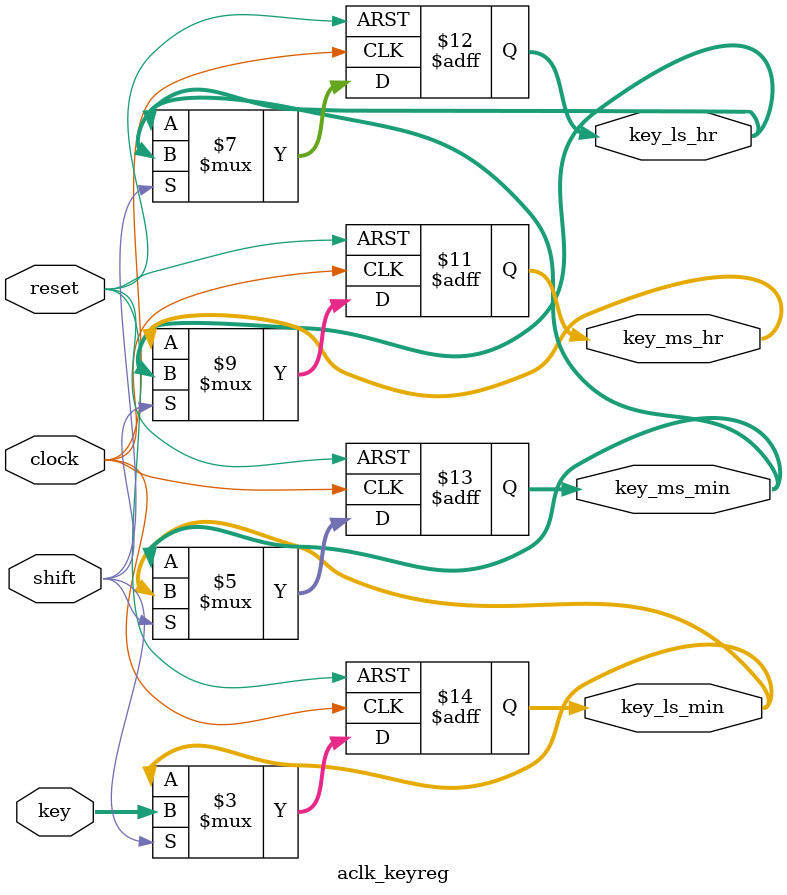
<source format=v>
module aclk_keyreg(clock, shift, reset, key, key_ms_hr, key_ls_hr, key_ms_min, key_ls_min);
	input clock, shift, reset;
	input [3:0] key;
	output reg [3:0] key_ms_hr, key_ls_hr, key_ms_min, key_ls_min;
	
	always @(posedge clock or posedge reset)
		begin 
			if (reset)
				begin
					key_ms_hr <= 0;
					key_ls_hr <= 0;
					key_ms_min <= 0;
					key_ls_min <= 0;
				end
			else if (shift == 1)
				begin
					key_ms_hr <= key_ls_hr;
					key_ls_hr <= key_ms_min;
					key_ms_min <= key_ls_min;
					key_ls_min <= key;
				end
		end	
endmodule
			


</source>
